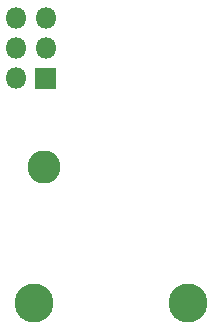
<source format=gts>
G04 #@! TF.GenerationSoftware,KiCad,Pcbnew,(5.1.8)-1*
G04 #@! TF.CreationDate,2021-02-09T21:31:43+01:00*
G04 #@! TF.ProjectId,attnodev2_prog_sml_o,6174746e-6f64-4657-9632-5f70726f675f,rev?*
G04 #@! TF.SameCoordinates,Original*
G04 #@! TF.FileFunction,Soldermask,Top*
G04 #@! TF.FilePolarity,Negative*
%FSLAX46Y46*%
G04 Gerber Fmt 4.6, Leading zero omitted, Abs format (unit mm)*
G04 Created by KiCad (PCBNEW (5.1.8)-1) date 2021-02-09 21:31:43*
%MOMM*%
%LPD*%
G01*
G04 APERTURE LIST*
%ADD10C,2.802000*%
%ADD11C,3.302000*%
%ADD12O,1.802000X1.802000*%
G04 APERTURE END LIST*
D10*
X64312800Y-71551800D03*
D11*
X76504800Y-83000000D03*
X63449200Y-83000000D03*
D12*
X61899800Y-58928000D03*
X64439800Y-58928000D03*
X61899800Y-61468000D03*
X64439800Y-61468000D03*
X61899800Y-64008000D03*
G36*
G01*
X65340800Y-63158000D02*
X65340800Y-64858000D01*
G75*
G02*
X65289800Y-64909000I-51000J0D01*
G01*
X63589800Y-64909000D01*
G75*
G02*
X63538800Y-64858000I0J51000D01*
G01*
X63538800Y-63158000D01*
G75*
G02*
X63589800Y-63107000I51000J0D01*
G01*
X65289800Y-63107000D01*
G75*
G02*
X65340800Y-63158000I0J-51000D01*
G01*
G37*
M02*

</source>
